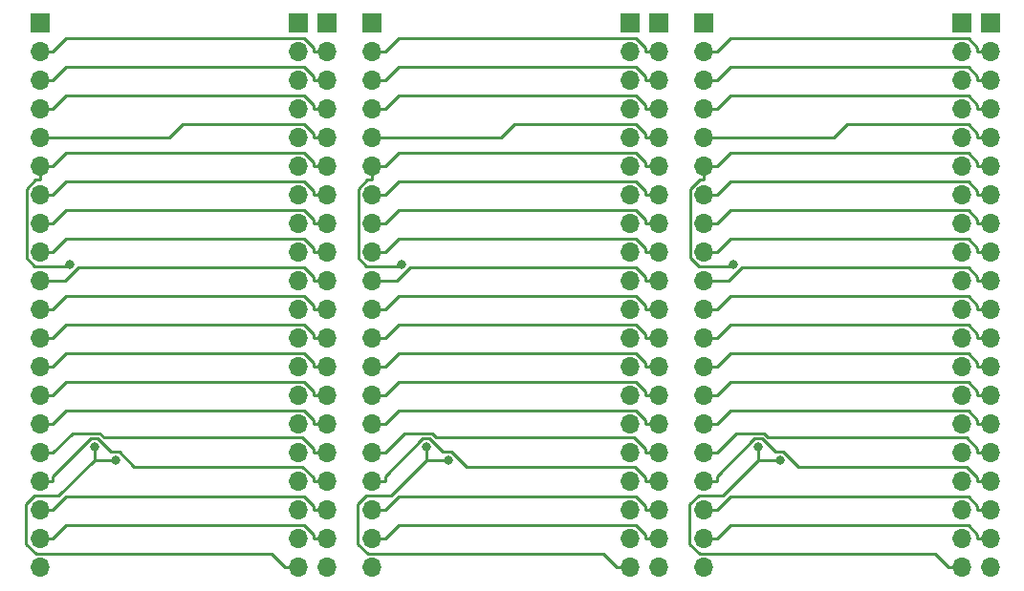
<source format=gbr>
G04 #@! TF.GenerationSoftware,KiCad,Pcbnew,5.1.5+dfsg1-2build2*
G04 #@! TF.CreationDate,2022-03-02T19:41:26-05:00*
G04 #@! TF.ProjectId,,58585858-5858-4585-9858-585858585858,rev?*
G04 #@! TF.SameCoordinates,Original*
G04 #@! TF.FileFunction,Copper,L2,Bot*
G04 #@! TF.FilePolarity,Positive*
%FSLAX46Y46*%
G04 Gerber Fmt 4.6, Leading zero omitted, Abs format (unit mm)*
G04 Created by KiCad (PCBNEW 5.1.5+dfsg1-2build2) date 2022-03-02 19:41:26*
%MOMM*%
%LPD*%
G04 APERTURE LIST*
%ADD10R,1.700000X1.700000*%
%ADD11O,1.700000X1.700000*%
%ADD12C,0.800000*%
%ADD13C,0.250000*%
G04 APERTURE END LIST*
D10*
X152831920Y-31443320D03*
D11*
X152831920Y-33983320D03*
X152831920Y-36523320D03*
X152831920Y-39063320D03*
X152831920Y-41603320D03*
X152831920Y-44143320D03*
X152831920Y-46683320D03*
X152831920Y-49223320D03*
X152831920Y-51763320D03*
X152831920Y-54303320D03*
X152831920Y-56843320D03*
X152831920Y-59383320D03*
X152831920Y-61923320D03*
X152831920Y-64463320D03*
X152831920Y-67003320D03*
X152831920Y-69543320D03*
X152831920Y-72083320D03*
X152831920Y-74623320D03*
X152831920Y-77163320D03*
X152831920Y-79703320D03*
D10*
X123431920Y-31443320D03*
D11*
X123431920Y-33983320D03*
X123431920Y-36523320D03*
X123431920Y-39063320D03*
X123431920Y-41603320D03*
X123431920Y-44143320D03*
X123431920Y-46683320D03*
X123431920Y-49223320D03*
X123431920Y-51763320D03*
X123431920Y-54303320D03*
X123431920Y-56843320D03*
X123431920Y-59383320D03*
X123431920Y-61923320D03*
X123431920Y-64463320D03*
X123431920Y-67003320D03*
X123431920Y-69543320D03*
X123431920Y-72083320D03*
X123431920Y-74623320D03*
X123431920Y-77163320D03*
X123431920Y-79703320D03*
D10*
X150291920Y-31443320D03*
D11*
X150291920Y-33983320D03*
X150291920Y-36523320D03*
X150291920Y-39063320D03*
X150291920Y-41603320D03*
X150291920Y-44143320D03*
X150291920Y-46683320D03*
X150291920Y-49223320D03*
X150291920Y-51763320D03*
X150291920Y-54303320D03*
X150291920Y-56843320D03*
X150291920Y-59383320D03*
X150291920Y-61923320D03*
X150291920Y-64463320D03*
X150291920Y-67003320D03*
X150291920Y-69543320D03*
X150291920Y-72083320D03*
X150291920Y-74623320D03*
X150291920Y-77163320D03*
X150291920Y-79703320D03*
D10*
X120891920Y-31443320D03*
D11*
X120891920Y-33983320D03*
X120891920Y-36523320D03*
X120891920Y-39063320D03*
X120891920Y-41603320D03*
X120891920Y-44143320D03*
X120891920Y-46683320D03*
X120891920Y-49223320D03*
X120891920Y-51763320D03*
X120891920Y-54303320D03*
X120891920Y-56843320D03*
X120891920Y-59383320D03*
X120891920Y-61923320D03*
X120891920Y-64463320D03*
X120891920Y-67003320D03*
X120891920Y-69543320D03*
X120891920Y-72083320D03*
X120891920Y-74623320D03*
X120891920Y-77163320D03*
X120891920Y-79703320D03*
D10*
X127431920Y-31443320D03*
D11*
X127431920Y-33983320D03*
X127431920Y-36523320D03*
X127431920Y-39063320D03*
X127431920Y-41603320D03*
X127431920Y-44143320D03*
X127431920Y-46683320D03*
X127431920Y-49223320D03*
X127431920Y-51763320D03*
X127431920Y-54303320D03*
X127431920Y-56843320D03*
X127431920Y-59383320D03*
X127431920Y-61923320D03*
X127431920Y-64463320D03*
X127431920Y-67003320D03*
X127431920Y-69543320D03*
X127431920Y-72083320D03*
X127431920Y-74623320D03*
X127431920Y-77163320D03*
X127431920Y-79703320D03*
D10*
X98031920Y-31443320D03*
D11*
X98031920Y-33983320D03*
X98031920Y-36523320D03*
X98031920Y-39063320D03*
X98031920Y-41603320D03*
X98031920Y-44143320D03*
X98031920Y-46683320D03*
X98031920Y-49223320D03*
X98031920Y-51763320D03*
X98031920Y-54303320D03*
X98031920Y-56843320D03*
X98031920Y-59383320D03*
X98031920Y-61923320D03*
X98031920Y-64463320D03*
X98031920Y-67003320D03*
X98031920Y-69543320D03*
X98031920Y-72083320D03*
X98031920Y-74623320D03*
X98031920Y-77163320D03*
X98031920Y-79703320D03*
X94031920Y-79703320D03*
X94031920Y-77163320D03*
X94031920Y-74623320D03*
X94031920Y-72083320D03*
X94031920Y-69543320D03*
X94031920Y-67003320D03*
X94031920Y-64463320D03*
X94031920Y-61923320D03*
X94031920Y-59383320D03*
X94031920Y-56843320D03*
X94031920Y-54303320D03*
X94031920Y-51763320D03*
X94031920Y-49223320D03*
X94031920Y-46683320D03*
X94031920Y-44143320D03*
X94031920Y-41603320D03*
X94031920Y-39063320D03*
X94031920Y-36523320D03*
X94031920Y-33983320D03*
D10*
X94031920Y-31443320D03*
D11*
X91491920Y-79703320D03*
X91491920Y-77163320D03*
X91491920Y-74623320D03*
X91491920Y-72083320D03*
X91491920Y-69543320D03*
X91491920Y-67003320D03*
X91491920Y-64463320D03*
X91491920Y-61923320D03*
X91491920Y-59383320D03*
X91491920Y-56843320D03*
X91491920Y-54303320D03*
X91491920Y-51763320D03*
X91491920Y-49223320D03*
X91491920Y-46683320D03*
X91491920Y-44143320D03*
X91491920Y-41603320D03*
X91491920Y-39063320D03*
X91491920Y-36523320D03*
X91491920Y-33983320D03*
D10*
X91491920Y-31443320D03*
D11*
X68631920Y-79703320D03*
X68631920Y-77163320D03*
X68631920Y-74623320D03*
X68631920Y-72083320D03*
X68631920Y-69543320D03*
X68631920Y-67003320D03*
X68631920Y-64463320D03*
X68631920Y-61923320D03*
X68631920Y-59383320D03*
X68631920Y-56843320D03*
X68631920Y-54303320D03*
X68631920Y-51763320D03*
X68631920Y-49223320D03*
X68631920Y-46683320D03*
X68631920Y-44143320D03*
X68631920Y-41603320D03*
X68631920Y-39063320D03*
X68631920Y-36523320D03*
X68631920Y-33983320D03*
D10*
X68631920Y-31443320D03*
D12*
X71296220Y-52825920D03*
X100696220Y-52825920D03*
X130096220Y-52825920D03*
X75388120Y-70189720D03*
X73467420Y-69000920D03*
X102867420Y-69000920D03*
X132267420Y-69000920D03*
X104788120Y-70189720D03*
X134188120Y-70189720D03*
D13*
X94031920Y-33983320D02*
X92856620Y-33983320D01*
X68631920Y-33983320D02*
X69807220Y-33983320D01*
X69807220Y-33983320D02*
X70982520Y-32808020D01*
X70982520Y-32808020D02*
X92048720Y-32808020D01*
X92048720Y-32808020D02*
X92856620Y-33615920D01*
X92856620Y-33615920D02*
X92856620Y-33983320D01*
X98031920Y-33983320D02*
X99207220Y-33983320D01*
X127431920Y-33983320D02*
X128607220Y-33983320D01*
X99207220Y-33983320D02*
X100382520Y-32808020D01*
X128607220Y-33983320D02*
X129782520Y-32808020D01*
X122256620Y-33615920D02*
X122256620Y-33983320D01*
X151656620Y-33615920D02*
X151656620Y-33983320D01*
X100382520Y-32808020D02*
X121448720Y-32808020D01*
X129782520Y-32808020D02*
X150848720Y-32808020D01*
X123431920Y-33983320D02*
X122256620Y-33983320D01*
X152831920Y-33983320D02*
X151656620Y-33983320D01*
X121448720Y-32808020D02*
X122256620Y-33615920D01*
X150848720Y-32808020D02*
X151656620Y-33615920D01*
X94031920Y-77163320D02*
X92856620Y-77163320D01*
X68631920Y-77163320D02*
X69807220Y-77163320D01*
X69807220Y-77163320D02*
X70982520Y-75988020D01*
X70982520Y-75988020D02*
X92048720Y-75988020D01*
X92048720Y-75988020D02*
X92856620Y-76795920D01*
X92856620Y-76795920D02*
X92856620Y-77163320D01*
X100382520Y-75988020D02*
X121448720Y-75988020D01*
X129782520Y-75988020D02*
X150848720Y-75988020D01*
X121448720Y-75988020D02*
X122256620Y-76795920D01*
X150848720Y-75988020D02*
X151656620Y-76795920D01*
X122256620Y-76795920D02*
X122256620Y-77163320D01*
X151656620Y-76795920D02*
X151656620Y-77163320D01*
X123431920Y-77163320D02*
X122256620Y-77163320D01*
X152831920Y-77163320D02*
X151656620Y-77163320D01*
X98031920Y-77163320D02*
X99207220Y-77163320D01*
X127431920Y-77163320D02*
X128607220Y-77163320D01*
X99207220Y-77163320D02*
X100382520Y-75988020D01*
X128607220Y-77163320D02*
X129782520Y-75988020D01*
X94031920Y-74623320D02*
X92856620Y-74623320D01*
X68631920Y-74623320D02*
X69807220Y-74623320D01*
X69807220Y-74623320D02*
X70982520Y-73448020D01*
X70982520Y-73448020D02*
X92048720Y-73448020D01*
X92048720Y-73448020D02*
X92856620Y-74255920D01*
X92856620Y-74255920D02*
X92856620Y-74623320D01*
X100382520Y-73448020D02*
X121448720Y-73448020D01*
X129782520Y-73448020D02*
X150848720Y-73448020D01*
X121448720Y-73448020D02*
X122256620Y-74255920D01*
X150848720Y-73448020D02*
X151656620Y-74255920D01*
X122256620Y-74255920D02*
X122256620Y-74623320D01*
X151656620Y-74255920D02*
X151656620Y-74623320D01*
X123431920Y-74623320D02*
X122256620Y-74623320D01*
X152831920Y-74623320D02*
X151656620Y-74623320D01*
X99207220Y-74623320D02*
X100382520Y-73448020D01*
X128607220Y-74623320D02*
X129782520Y-73448020D01*
X98031920Y-74623320D02*
X99207220Y-74623320D01*
X127431920Y-74623320D02*
X128607220Y-74623320D01*
X92856620Y-72083320D02*
X92856620Y-71715920D01*
X92856620Y-71715920D02*
X91911020Y-70770320D01*
X91911020Y-70770320D02*
X76994520Y-70770320D01*
X76994520Y-70770320D02*
X75688620Y-69464420D01*
X75688620Y-69464420D02*
X74956720Y-69464420D01*
X74956720Y-69464420D02*
X73767920Y-68275620D01*
X73767920Y-68275620D02*
X73155020Y-68275620D01*
X73155020Y-68275620D02*
X69807220Y-71623420D01*
X69807220Y-71623420D02*
X69807220Y-72083320D01*
X94031920Y-72083320D02*
X92856620Y-72083320D01*
X68631920Y-72083320D02*
X69807220Y-72083320D01*
X105088620Y-69464420D02*
X104356720Y-69464420D01*
X134488620Y-69464420D02*
X133756720Y-69464420D01*
X102555020Y-68275620D02*
X99207220Y-71623420D01*
X131955020Y-68275620D02*
X128607220Y-71623420D01*
X104356720Y-69464420D02*
X103167920Y-68275620D01*
X133756720Y-69464420D02*
X132567920Y-68275620D01*
X106394520Y-70770320D02*
X105088620Y-69464420D01*
X135794520Y-70770320D02*
X134488620Y-69464420D01*
X122256620Y-72083320D02*
X122256620Y-71715920D01*
X151656620Y-72083320D02*
X151656620Y-71715920D01*
X122256620Y-71715920D02*
X121311020Y-70770320D01*
X151656620Y-71715920D02*
X150711020Y-70770320D01*
X121311020Y-70770320D02*
X106394520Y-70770320D01*
X150711020Y-70770320D02*
X135794520Y-70770320D01*
X123431920Y-72083320D02*
X122256620Y-72083320D01*
X152831920Y-72083320D02*
X151656620Y-72083320D01*
X99207220Y-71623420D02*
X99207220Y-72083320D01*
X128607220Y-71623420D02*
X128607220Y-72083320D01*
X98031920Y-72083320D02*
X99207220Y-72083320D01*
X127431920Y-72083320D02*
X128607220Y-72083320D01*
X103167920Y-68275620D02*
X102555020Y-68275620D01*
X132567920Y-68275620D02*
X131955020Y-68275620D01*
X92856620Y-69543320D02*
X92856620Y-69176020D01*
X92856620Y-69176020D02*
X91885620Y-68205020D01*
X91885620Y-68205020D02*
X74334220Y-68205020D01*
X74334220Y-68205020D02*
X73954520Y-67825320D01*
X73954520Y-67825320D02*
X71525220Y-67825320D01*
X71525220Y-67825320D02*
X69807220Y-69543320D01*
X94031920Y-69543320D02*
X92856620Y-69543320D01*
X68631920Y-69543320D02*
X69807220Y-69543320D01*
X122256620Y-69543320D02*
X122256620Y-69176020D01*
X151656620Y-69543320D02*
X151656620Y-69176020D01*
X123431920Y-69543320D02*
X122256620Y-69543320D01*
X152831920Y-69543320D02*
X151656620Y-69543320D01*
X100925220Y-67825320D02*
X99207220Y-69543320D01*
X130325220Y-67825320D02*
X128607220Y-69543320D01*
X122256620Y-69176020D02*
X121285620Y-68205020D01*
X151656620Y-69176020D02*
X150685620Y-68205020D01*
X121285620Y-68205020D02*
X103734220Y-68205020D01*
X150685620Y-68205020D02*
X133134220Y-68205020D01*
X103734220Y-68205020D02*
X103354520Y-67825320D01*
X133134220Y-68205020D02*
X132754520Y-67825320D01*
X103354520Y-67825320D02*
X100925220Y-67825320D01*
X132754520Y-67825320D02*
X130325220Y-67825320D01*
X98031920Y-69543320D02*
X99207220Y-69543320D01*
X127431920Y-69543320D02*
X128607220Y-69543320D01*
X94031920Y-67003320D02*
X92856620Y-67003320D01*
X68631920Y-67003320D02*
X69807220Y-67003320D01*
X69807220Y-67003320D02*
X70982520Y-65828020D01*
X70982520Y-65828020D02*
X92048720Y-65828020D01*
X92048720Y-65828020D02*
X92856620Y-66635920D01*
X92856620Y-66635920D02*
X92856620Y-67003320D01*
X121448720Y-65828020D02*
X122256620Y-66635920D01*
X150848720Y-65828020D02*
X151656620Y-66635920D01*
X99207220Y-67003320D02*
X100382520Y-65828020D01*
X128607220Y-67003320D02*
X129782520Y-65828020D01*
X123431920Y-67003320D02*
X122256620Y-67003320D01*
X152831920Y-67003320D02*
X151656620Y-67003320D01*
X98031920Y-67003320D02*
X99207220Y-67003320D01*
X127431920Y-67003320D02*
X128607220Y-67003320D01*
X100382520Y-65828020D02*
X121448720Y-65828020D01*
X129782520Y-65828020D02*
X150848720Y-65828020D01*
X122256620Y-66635920D02*
X122256620Y-67003320D01*
X151656620Y-66635920D02*
X151656620Y-67003320D01*
X94031920Y-64463320D02*
X92856620Y-64463320D01*
X68631920Y-64463320D02*
X69807220Y-64463320D01*
X69807220Y-64463320D02*
X70982520Y-63288020D01*
X70982520Y-63288020D02*
X92048720Y-63288020D01*
X92048720Y-63288020D02*
X92856620Y-64095920D01*
X92856620Y-64095920D02*
X92856620Y-64463320D01*
X98031920Y-64463320D02*
X99207220Y-64463320D01*
X127431920Y-64463320D02*
X128607220Y-64463320D01*
X123431920Y-64463320D02*
X122256620Y-64463320D01*
X152831920Y-64463320D02*
X151656620Y-64463320D01*
X121448720Y-63288020D02*
X122256620Y-64095920D01*
X150848720Y-63288020D02*
X151656620Y-64095920D01*
X122256620Y-64095920D02*
X122256620Y-64463320D01*
X151656620Y-64095920D02*
X151656620Y-64463320D01*
X100382520Y-63288020D02*
X121448720Y-63288020D01*
X129782520Y-63288020D02*
X150848720Y-63288020D01*
X99207220Y-64463320D02*
X100382520Y-63288020D01*
X128607220Y-64463320D02*
X129782520Y-63288020D01*
X94031920Y-61923320D02*
X92856620Y-61923320D01*
X68631920Y-61923320D02*
X69807220Y-61923320D01*
X69807220Y-61923320D02*
X70982520Y-60748020D01*
X70982520Y-60748020D02*
X92048720Y-60748020D01*
X92048720Y-60748020D02*
X92856620Y-61555920D01*
X92856620Y-61555920D02*
X92856620Y-61923320D01*
X98031920Y-61923320D02*
X99207220Y-61923320D01*
X127431920Y-61923320D02*
X128607220Y-61923320D01*
X122256620Y-61555920D02*
X122256620Y-61923320D01*
X151656620Y-61555920D02*
X151656620Y-61923320D01*
X99207220Y-61923320D02*
X100382520Y-60748020D01*
X128607220Y-61923320D02*
X129782520Y-60748020D01*
X121448720Y-60748020D02*
X122256620Y-61555920D01*
X150848720Y-60748020D02*
X151656620Y-61555920D01*
X123431920Y-61923320D02*
X122256620Y-61923320D01*
X152831920Y-61923320D02*
X151656620Y-61923320D01*
X100382520Y-60748020D02*
X121448720Y-60748020D01*
X129782520Y-60748020D02*
X150848720Y-60748020D01*
X94031920Y-59383320D02*
X92856620Y-59383320D01*
X68631920Y-59383320D02*
X69807220Y-59383320D01*
X69807220Y-59383320D02*
X70982520Y-58208020D01*
X70982520Y-58208020D02*
X92048720Y-58208020D01*
X92048720Y-58208020D02*
X92856620Y-59015920D01*
X92856620Y-59015920D02*
X92856620Y-59383320D01*
X121448720Y-58208020D02*
X122256620Y-59015920D01*
X150848720Y-58208020D02*
X151656620Y-59015920D01*
X98031920Y-59383320D02*
X99207220Y-59383320D01*
X127431920Y-59383320D02*
X128607220Y-59383320D01*
X122256620Y-59015920D02*
X122256620Y-59383320D01*
X151656620Y-59015920D02*
X151656620Y-59383320D01*
X100382520Y-58208020D02*
X121448720Y-58208020D01*
X129782520Y-58208020D02*
X150848720Y-58208020D01*
X123431920Y-59383320D02*
X122256620Y-59383320D01*
X152831920Y-59383320D02*
X151656620Y-59383320D01*
X99207220Y-59383320D02*
X100382520Y-58208020D01*
X128607220Y-59383320D02*
X129782520Y-58208020D01*
X94031920Y-56843320D02*
X92856620Y-56843320D01*
X68631920Y-56843320D02*
X69807220Y-56843320D01*
X69807220Y-56843320D02*
X70982520Y-55668020D01*
X70982520Y-55668020D02*
X92048720Y-55668020D01*
X92048720Y-55668020D02*
X92856620Y-56475920D01*
X92856620Y-56475920D02*
X92856620Y-56843320D01*
X98031920Y-56843320D02*
X99207220Y-56843320D01*
X127431920Y-56843320D02*
X128607220Y-56843320D01*
X99207220Y-56843320D02*
X100382520Y-55668020D01*
X128607220Y-56843320D02*
X129782520Y-55668020D01*
X121448720Y-55668020D02*
X122256620Y-56475920D01*
X150848720Y-55668020D02*
X151656620Y-56475920D01*
X123431920Y-56843320D02*
X122256620Y-56843320D01*
X152831920Y-56843320D02*
X151656620Y-56843320D01*
X100382520Y-55668020D02*
X121448720Y-55668020D01*
X129782520Y-55668020D02*
X150848720Y-55668020D01*
X122256620Y-56475920D02*
X122256620Y-56843320D01*
X151656620Y-56475920D02*
X151656620Y-56843320D01*
X69807220Y-54303320D02*
X70844620Y-54303320D01*
X70844620Y-54303320D02*
X72019920Y-53128020D01*
X72019920Y-53128020D02*
X92048720Y-53128020D01*
X92048720Y-53128020D02*
X92856620Y-53935920D01*
X92856620Y-53935920D02*
X92856620Y-54303320D01*
X94031920Y-54303320D02*
X92856620Y-54303320D01*
X68631920Y-54303320D02*
X69807220Y-54303320D01*
X101419920Y-53128020D02*
X121448720Y-53128020D01*
X130819920Y-53128020D02*
X150848720Y-53128020D01*
X123431920Y-54303320D02*
X122256620Y-54303320D01*
X152831920Y-54303320D02*
X151656620Y-54303320D01*
X99207220Y-54303320D02*
X100244620Y-54303320D01*
X128607220Y-54303320D02*
X129644620Y-54303320D01*
X98031920Y-54303320D02*
X99207220Y-54303320D01*
X127431920Y-54303320D02*
X128607220Y-54303320D01*
X100244620Y-54303320D02*
X101419920Y-53128020D01*
X129644620Y-54303320D02*
X130819920Y-53128020D01*
X121448720Y-53128020D02*
X122256620Y-53935920D01*
X150848720Y-53128020D02*
X151656620Y-53935920D01*
X122256620Y-53935920D02*
X122256620Y-54303320D01*
X151656620Y-53935920D02*
X151656620Y-54303320D01*
X68631920Y-51763320D02*
X69807220Y-51763320D01*
X94031920Y-51763320D02*
X92856620Y-51763320D01*
X92856620Y-51763320D02*
X92856620Y-51396020D01*
X92856620Y-51396020D02*
X92048620Y-50588020D01*
X92048620Y-50588020D02*
X70982520Y-50588020D01*
X70982520Y-50588020D02*
X69807220Y-51763320D01*
X121448620Y-50588020D02*
X100382520Y-50588020D01*
X150848620Y-50588020D02*
X129782520Y-50588020D01*
X122256620Y-51763320D02*
X122256620Y-51396020D01*
X151656620Y-51763320D02*
X151656620Y-51396020D01*
X123431920Y-51763320D02*
X122256620Y-51763320D01*
X152831920Y-51763320D02*
X151656620Y-51763320D01*
X98031920Y-51763320D02*
X99207220Y-51763320D01*
X127431920Y-51763320D02*
X128607220Y-51763320D01*
X122256620Y-51396020D02*
X121448620Y-50588020D01*
X151656620Y-51396020D02*
X150848620Y-50588020D01*
X100382520Y-50588020D02*
X99207220Y-51763320D01*
X129782520Y-50588020D02*
X128607220Y-51763320D01*
X94031920Y-49223320D02*
X92856620Y-49223320D01*
X68631920Y-49223320D02*
X69807220Y-49223320D01*
X69807220Y-49223320D02*
X70982520Y-48048020D01*
X70982520Y-48048020D02*
X92048720Y-48048020D01*
X92048720Y-48048020D02*
X92856620Y-48855920D01*
X92856620Y-48855920D02*
X92856620Y-49223320D01*
X100382520Y-48048020D02*
X121448720Y-48048020D01*
X129782520Y-48048020D02*
X150848720Y-48048020D01*
X122256620Y-48855920D02*
X122256620Y-49223320D01*
X151656620Y-48855920D02*
X151656620Y-49223320D01*
X123431920Y-49223320D02*
X122256620Y-49223320D01*
X152831920Y-49223320D02*
X151656620Y-49223320D01*
X99207220Y-49223320D02*
X100382520Y-48048020D01*
X128607220Y-49223320D02*
X129782520Y-48048020D01*
X98031920Y-49223320D02*
X99207220Y-49223320D01*
X127431920Y-49223320D02*
X128607220Y-49223320D01*
X121448720Y-48048020D02*
X122256620Y-48855920D01*
X150848720Y-48048020D02*
X151656620Y-48855920D01*
X69807220Y-46683320D02*
X70982520Y-45508020D01*
X70982520Y-45508020D02*
X92048620Y-45508020D01*
X92048620Y-45508020D02*
X92856620Y-46316020D01*
X92856620Y-46316020D02*
X92856620Y-46683320D01*
X68631920Y-46683320D02*
X69807220Y-46683320D01*
X94031920Y-46683320D02*
X92856620Y-46683320D01*
X121448620Y-45508020D02*
X122256620Y-46316020D01*
X150848620Y-45508020D02*
X151656620Y-46316020D01*
X122256620Y-46316020D02*
X122256620Y-46683320D01*
X151656620Y-46316020D02*
X151656620Y-46683320D01*
X99207220Y-46683320D02*
X100382520Y-45508020D01*
X128607220Y-46683320D02*
X129782520Y-45508020D01*
X98031920Y-46683320D02*
X99207220Y-46683320D01*
X127431920Y-46683320D02*
X128607220Y-46683320D01*
X123431920Y-46683320D02*
X122256620Y-46683320D01*
X152831920Y-46683320D02*
X151656620Y-46683320D01*
X100382520Y-45508020D02*
X121448620Y-45508020D01*
X129782520Y-45508020D02*
X150848620Y-45508020D01*
X68631920Y-45318620D02*
X68264520Y-45318620D01*
X68264520Y-45318620D02*
X67456620Y-46126520D01*
X67456620Y-46126520D02*
X67456620Y-52251920D01*
X67456620Y-52251920D02*
X68183920Y-52979220D01*
X68183920Y-52979220D02*
X71142920Y-52979220D01*
X71142920Y-52979220D02*
X71296220Y-52825920D01*
X68631920Y-44143320D02*
X68631920Y-45318620D01*
X68631920Y-44143320D02*
X69807220Y-44143320D01*
X94031920Y-44143320D02*
X92856620Y-44143320D01*
X92856620Y-44143320D02*
X92856620Y-43776020D01*
X92856620Y-43776020D02*
X92048620Y-42968020D01*
X92048620Y-42968020D02*
X70982520Y-42968020D01*
X70982520Y-42968020D02*
X69807220Y-44143320D01*
X96856620Y-46126520D02*
X96856620Y-52251920D01*
X126256620Y-46126520D02*
X126256620Y-52251920D01*
X96856620Y-52251920D02*
X97583920Y-52979220D01*
X126256620Y-52251920D02*
X126983920Y-52979220D01*
X97583920Y-52979220D02*
X100542920Y-52979220D01*
X126983920Y-52979220D02*
X129942920Y-52979220D01*
X121448620Y-42968020D02*
X100382520Y-42968020D01*
X150848620Y-42968020D02*
X129782520Y-42968020D01*
X100382520Y-42968020D02*
X99207220Y-44143320D01*
X129782520Y-42968020D02*
X128607220Y-44143320D01*
X98031920Y-44143320D02*
X98031920Y-45318620D01*
X127431920Y-44143320D02*
X127431920Y-45318620D01*
X98031920Y-44143320D02*
X99207220Y-44143320D01*
X127431920Y-44143320D02*
X128607220Y-44143320D01*
X100542920Y-52979220D02*
X100696220Y-52825920D01*
X129942920Y-52979220D02*
X130096220Y-52825920D01*
X122256620Y-43776020D02*
X121448620Y-42968020D01*
X151656620Y-43776020D02*
X150848620Y-42968020D01*
X123431920Y-44143320D02*
X122256620Y-44143320D01*
X152831920Y-44143320D02*
X151656620Y-44143320D01*
X122256620Y-44143320D02*
X122256620Y-43776020D01*
X151656620Y-44143320D02*
X151656620Y-43776020D01*
X97664520Y-45318620D02*
X96856620Y-46126520D01*
X127064520Y-45318620D02*
X126256620Y-46126520D01*
X98031920Y-45318620D02*
X97664520Y-45318620D01*
X127431920Y-45318620D02*
X127064520Y-45318620D01*
X69807220Y-41603320D02*
X80121220Y-41603320D01*
X80121220Y-41603320D02*
X81296520Y-40428020D01*
X81296520Y-40428020D02*
X92048720Y-40428020D01*
X92048720Y-40428020D02*
X92856620Y-41235920D01*
X92856620Y-41235920D02*
X92856620Y-41603320D01*
X94031920Y-41603320D02*
X92856620Y-41603320D01*
X68631920Y-41603320D02*
X69807220Y-41603320D01*
X123431920Y-41603320D02*
X122256620Y-41603320D01*
X152831920Y-41603320D02*
X151656620Y-41603320D01*
X99207220Y-41603320D02*
X109521220Y-41603320D01*
X128607220Y-41603320D02*
X138921220Y-41603320D01*
X109521220Y-41603320D02*
X110696520Y-40428020D01*
X138921220Y-41603320D02*
X140096520Y-40428020D01*
X110696520Y-40428020D02*
X121448720Y-40428020D01*
X140096520Y-40428020D02*
X150848720Y-40428020D01*
X121448720Y-40428020D02*
X122256620Y-41235920D01*
X150848720Y-40428020D02*
X151656620Y-41235920D01*
X122256620Y-41235920D02*
X122256620Y-41603320D01*
X151656620Y-41235920D02*
X151656620Y-41603320D01*
X98031920Y-41603320D02*
X99207220Y-41603320D01*
X127431920Y-41603320D02*
X128607220Y-41603320D01*
X94031920Y-39063320D02*
X92856620Y-39063320D01*
X68631920Y-39063320D02*
X69807220Y-39063320D01*
X69807220Y-39063320D02*
X70982520Y-37888020D01*
X70982520Y-37888020D02*
X92048720Y-37888020D01*
X92048720Y-37888020D02*
X92856620Y-38695920D01*
X92856620Y-38695920D02*
X92856620Y-39063320D01*
X123431920Y-39063320D02*
X122256620Y-39063320D01*
X152831920Y-39063320D02*
X151656620Y-39063320D01*
X98031920Y-39063320D02*
X99207220Y-39063320D01*
X127431920Y-39063320D02*
X128607220Y-39063320D01*
X99207220Y-39063320D02*
X100382520Y-37888020D01*
X128607220Y-39063320D02*
X129782520Y-37888020D01*
X100382520Y-37888020D02*
X121448720Y-37888020D01*
X129782520Y-37888020D02*
X150848720Y-37888020D01*
X121448720Y-37888020D02*
X122256620Y-38695920D01*
X150848720Y-37888020D02*
X151656620Y-38695920D01*
X122256620Y-38695920D02*
X122256620Y-39063320D01*
X151656620Y-38695920D02*
X151656620Y-39063320D01*
X94031920Y-36523320D02*
X92856620Y-36523320D01*
X68631920Y-36523320D02*
X69807220Y-36523320D01*
X69807220Y-36523320D02*
X70982520Y-35348020D01*
X70982520Y-35348020D02*
X92048720Y-35348020D01*
X92048720Y-35348020D02*
X92856620Y-36155920D01*
X92856620Y-36155920D02*
X92856620Y-36523320D01*
X121448720Y-35348020D02*
X122256620Y-36155920D01*
X150848720Y-35348020D02*
X151656620Y-36155920D01*
X122256620Y-36155920D02*
X122256620Y-36523320D01*
X151656620Y-36155920D02*
X151656620Y-36523320D01*
X99207220Y-36523320D02*
X100382520Y-35348020D01*
X128607220Y-36523320D02*
X129782520Y-35348020D01*
X100382520Y-35348020D02*
X121448720Y-35348020D01*
X129782520Y-35348020D02*
X150848720Y-35348020D01*
X98031920Y-36523320D02*
X99207220Y-36523320D01*
X127431920Y-36523320D02*
X128607220Y-36523320D01*
X123431920Y-36523320D02*
X122256620Y-36523320D01*
X152831920Y-36523320D02*
X151656620Y-36523320D01*
X73467420Y-70189720D02*
X73467420Y-69000920D01*
X90316620Y-79703320D02*
X89141320Y-78528020D01*
X89141320Y-78528020D02*
X68313220Y-78528020D01*
X68313220Y-78528020D02*
X67402620Y-77617420D01*
X67402620Y-77617420D02*
X67402620Y-74119620D01*
X67402620Y-74119620D02*
X68168920Y-73353320D01*
X68168920Y-73353320D02*
X70303820Y-73353320D01*
X70303820Y-73353320D02*
X73467420Y-70189720D01*
X73467420Y-70189720D02*
X75388120Y-70189720D01*
X91491920Y-79703320D02*
X90316620Y-79703320D01*
X119716620Y-79703320D02*
X118541320Y-78528020D01*
X149116620Y-79703320D02*
X147941320Y-78528020D01*
X118541320Y-78528020D02*
X97713220Y-78528020D01*
X147941320Y-78528020D02*
X127113220Y-78528020D01*
X97568920Y-73353320D02*
X99703820Y-73353320D01*
X126968920Y-73353320D02*
X129103820Y-73353320D01*
X99703820Y-73353320D02*
X102867420Y-70189720D01*
X129103820Y-73353320D02*
X132267420Y-70189720D01*
X96802620Y-74119620D02*
X97568920Y-73353320D01*
X126202620Y-74119620D02*
X126968920Y-73353320D01*
X102867420Y-70189720D02*
X104788120Y-70189720D01*
X132267420Y-70189720D02*
X134188120Y-70189720D01*
X97713220Y-78528020D02*
X96802620Y-77617420D01*
X127113220Y-78528020D02*
X126202620Y-77617420D01*
X96802620Y-77617420D02*
X96802620Y-74119620D01*
X126202620Y-77617420D02*
X126202620Y-74119620D01*
X120891920Y-79703320D02*
X119716620Y-79703320D01*
X150291920Y-79703320D02*
X149116620Y-79703320D01*
X102867420Y-70189720D02*
X102867420Y-69000920D01*
X132267420Y-70189720D02*
X132267420Y-69000920D01*
M02*

</source>
